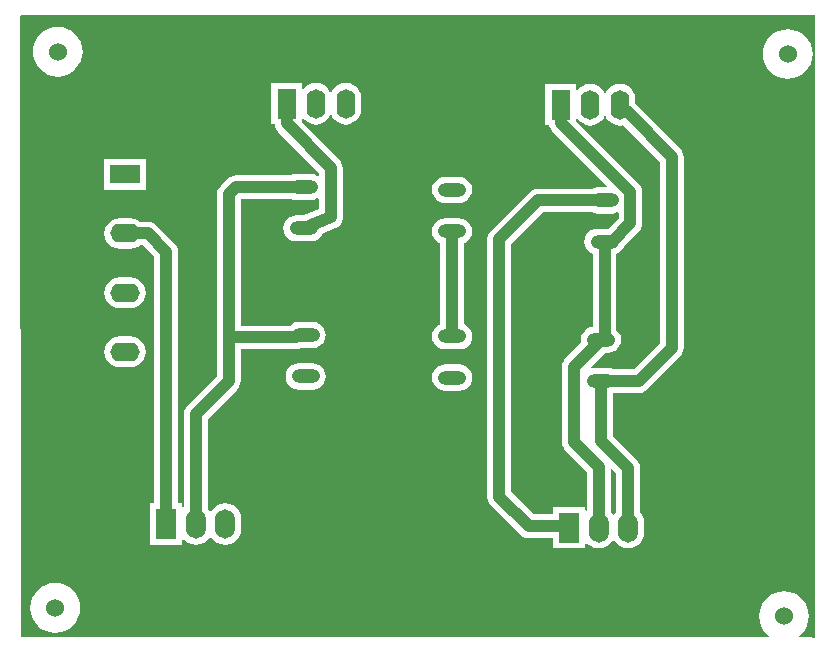
<source format=gtl>
G04*
G04 #@! TF.GenerationSoftware,Altium Limited,Altium Designer,20.2.6 (244)*
G04*
G04 Layer_Physical_Order=1*
G04 Layer_Color=255*
%FSLAX25Y25*%
%MOIN*%
G70*
G04*
G04 #@! TF.SameCoordinates,E07979D3-0FA8-472C-B39E-0A4441D90CF7*
G04*
G04*
G04 #@! TF.FilePolarity,Positive*
G04*
G01*
G75*
%ADD21C,0.03937*%
%ADD22O,0.09843X0.06299*%
%ADD23R,0.09843X0.06299*%
%ADD24R,0.06299X0.09843*%
%ADD25O,0.06299X0.09843*%
%ADD26O,0.06693X0.09843*%
%ADD27R,0.06693X0.09843*%
%ADD28O,0.09400X0.04724*%
%ADD29C,0.06000*%
G36*
X387402Y243960D02*
X386940Y243769D01*
X386614Y244094D01*
X382351D01*
X382172Y244595D01*
X383040Y245307D01*
X384073Y246566D01*
X384841Y248002D01*
X385314Y249560D01*
X385473Y251181D01*
X385314Y252802D01*
X384841Y254360D01*
X384073Y255797D01*
X383040Y257056D01*
X381781Y258089D01*
X380345Y258857D01*
X378786Y259329D01*
X377165Y259489D01*
X375545Y259329D01*
X373986Y258857D01*
X372550Y258089D01*
X371291Y257056D01*
X370258Y255797D01*
X369490Y254360D01*
X369017Y252802D01*
X368858Y251181D01*
X369017Y249560D01*
X369490Y248002D01*
X370258Y246566D01*
X371291Y245307D01*
X372159Y244595D01*
X371980Y244094D01*
X122835D01*
X122441Y451181D01*
X122835Y451575D01*
X387402D01*
Y243960D01*
D02*
G37*
%LPC*%
G36*
X135039Y447678D02*
X133419Y447518D01*
X131860Y447045D01*
X130424Y446278D01*
X129165Y445244D01*
X128132Y443986D01*
X127364Y442549D01*
X126891Y440991D01*
X126732Y439370D01*
X126891Y437749D01*
X127364Y436191D01*
X128132Y434755D01*
X129165Y433496D01*
X130424Y432462D01*
X131860Y431695D01*
X133419Y431222D01*
X135039Y431062D01*
X136660Y431222D01*
X138219Y431695D01*
X139655Y432462D01*
X140914Y433496D01*
X141947Y434755D01*
X142715Y436191D01*
X143187Y437749D01*
X143347Y439370D01*
X143187Y440991D01*
X142715Y442549D01*
X141947Y443986D01*
X140914Y445244D01*
X139655Y446278D01*
X138219Y447045D01*
X136660Y447518D01*
X135039Y447678D01*
D02*
G37*
G36*
X378346Y446890D02*
X376726Y446731D01*
X375167Y446258D01*
X373731Y445490D01*
X372472Y444457D01*
X371439Y443198D01*
X370671Y441762D01*
X370198Y440203D01*
X370039Y438583D01*
X370198Y436962D01*
X370671Y435403D01*
X371439Y433967D01*
X372472Y432708D01*
X373731Y431675D01*
X375167Y430907D01*
X376726Y430435D01*
X378346Y430275D01*
X379967Y430435D01*
X381526Y430907D01*
X382962Y431675D01*
X384221Y432708D01*
X385254Y433967D01*
X386022Y435403D01*
X386494Y436962D01*
X386654Y438583D01*
X386494Y440203D01*
X386022Y441762D01*
X385254Y443198D01*
X384221Y444457D01*
X382962Y445490D01*
X381526Y446258D01*
X379967Y446731D01*
X378346Y446890D01*
D02*
G37*
G36*
X231000Y428934D02*
X229664Y428758D01*
X228419Y428242D01*
X227350Y427422D01*
X226529Y426353D01*
X226329Y425868D01*
X225829D01*
X225628Y426353D01*
X224808Y427422D01*
X223739Y428242D01*
X222494Y428758D01*
X221157Y428934D01*
X219821Y428758D01*
X218576Y428242D01*
X217507Y427422D01*
X216933Y426674D01*
X216433Y426844D01*
Y428890D01*
X206197D01*
Y415110D01*
X207393D01*
X207479Y414457D01*
X207876Y413499D01*
X208507Y412677D01*
X222129Y399055D01*
Y398162D01*
X221681Y397941D01*
X221522Y398062D01*
X220468Y398499D01*
X219338Y398648D01*
X214662D01*
X213532Y398499D01*
X212569Y398100D01*
X194432D01*
X193404Y397965D01*
X192447Y397568D01*
X191624Y396937D01*
X189318Y394631D01*
X188687Y393808D01*
X188290Y392850D01*
X188155Y391823D01*
Y344094D01*
Y331158D01*
X178295Y321297D01*
X177663Y320475D01*
X177267Y319517D01*
X177131Y318489D01*
Y287412D01*
X177075Y287371D01*
X176575Y287628D01*
Y288780D01*
X175231D01*
Y372480D01*
X175095Y373508D01*
X174699Y374466D01*
X174068Y375288D01*
X167808Y381548D01*
X166985Y382179D01*
X166028Y382576D01*
X165000Y382711D01*
X162484D01*
X161833Y383211D01*
X160588Y383727D01*
X159252Y383903D01*
X155709D01*
X154373Y383727D01*
X153128Y383211D01*
X152058Y382390D01*
X151238Y381321D01*
X150722Y380076D01*
X150547Y378740D01*
X150722Y377404D01*
X151238Y376159D01*
X152058Y375090D01*
X153128Y374270D01*
X154373Y373754D01*
X155709Y373578D01*
X159252D01*
X160588Y373754D01*
X161833Y374270D01*
X162484Y374769D01*
X163355D01*
X167289Y370836D01*
Y288780D01*
X165945D01*
Y275000D01*
X176575D01*
Y276707D01*
X177048Y276868D01*
X177312Y276524D01*
X178422Y275672D01*
X179715Y275137D01*
X181102Y274954D01*
X182490Y275137D01*
X183783Y275672D01*
X184893Y276524D01*
X185745Y277635D01*
X185774Y277704D01*
X186274D01*
X186302Y277635D01*
X187154Y276524D01*
X188264Y275672D01*
X189557Y275137D01*
X190945Y274954D01*
X192332Y275137D01*
X193625Y275672D01*
X194736Y276524D01*
X195587Y277635D01*
X196123Y278927D01*
X196306Y280315D01*
Y283465D01*
X196123Y284852D01*
X195587Y286145D01*
X194736Y287255D01*
X193625Y288107D01*
X192332Y288643D01*
X190945Y288825D01*
X189557Y288643D01*
X188264Y288107D01*
X187154Y287255D01*
X186302Y286145D01*
X186274Y286076D01*
X185774D01*
X185745Y286145D01*
X185073Y287020D01*
Y316845D01*
X194934Y326705D01*
X195565Y327527D01*
X195962Y328485D01*
X196097Y329513D01*
Y340124D01*
X214378D01*
X215406Y340259D01*
X216022Y340514D01*
X220054D01*
X221185Y340663D01*
X222238Y341099D01*
X223143Y341793D01*
X223837Y342698D01*
X224274Y343751D01*
X224423Y344882D01*
X224274Y346012D01*
X223837Y347066D01*
X223143Y347971D01*
X222238Y348665D01*
X221185Y349101D01*
X220054Y349250D01*
X215379D01*
X214248Y349101D01*
X213195Y348665D01*
X212414Y348065D01*
X196097D01*
Y390158D01*
X213296D01*
X213532Y390060D01*
X214662Y389912D01*
X219338D01*
X220468Y390060D01*
X221522Y390497D01*
X221681Y390619D01*
X222129Y390397D01*
Y386800D01*
X217247Y384868D01*
X214662D01*
X213532Y384719D01*
X212478Y384283D01*
X211574Y383589D01*
X210879Y382684D01*
X210443Y381630D01*
X210294Y380500D01*
X210443Y379369D01*
X210879Y378316D01*
X211574Y377411D01*
X212478Y376717D01*
X213532Y376281D01*
X214662Y376132D01*
X219338D01*
X220468Y376281D01*
X221522Y376717D01*
X222427Y377411D01*
X223121Y378316D01*
X223287Y378717D01*
X227561Y380408D01*
X227816Y380549D01*
X228085Y380661D01*
X228267Y380800D01*
X228467Y380911D01*
X228676Y381114D01*
X228908Y381292D01*
X229047Y381473D01*
X229211Y381633D01*
X229361Y381883D01*
X229539Y382115D01*
X229626Y382326D01*
X229744Y382522D01*
X229824Y382803D01*
X229936Y383072D01*
X229965Y383299D01*
X230028Y383519D01*
X230033Y383811D01*
X230071Y384100D01*
Y400700D01*
X229936Y401728D01*
X229539Y402685D01*
X228908Y403508D01*
X216433Y415983D01*
Y417156D01*
X216933Y417326D01*
X217507Y416578D01*
X218576Y415758D01*
X219821Y415242D01*
X221157Y415066D01*
X222494Y415242D01*
X223739Y415758D01*
X224808Y416578D01*
X225628Y417647D01*
X225829Y418132D01*
X226329D01*
X226529Y417647D01*
X227350Y416578D01*
X228419Y415758D01*
X229664Y415242D01*
X231000Y415066D01*
X232336Y415242D01*
X233581Y415758D01*
X234650Y416578D01*
X235471Y417647D01*
X235986Y418892D01*
X236162Y420228D01*
Y423772D01*
X235986Y425108D01*
X235471Y426353D01*
X234650Y427422D01*
X233581Y428242D01*
X232336Y428758D01*
X231000Y428934D01*
D02*
G37*
G36*
X322441Y428587D02*
X321105Y428412D01*
X319860Y427896D01*
X318791Y427075D01*
X317970Y426006D01*
X317770Y425522D01*
X317270D01*
X317069Y426006D01*
X316249Y427075D01*
X315179Y427896D01*
X313934Y428412D01*
X312598Y428587D01*
X311262Y428412D01*
X310017Y427896D01*
X308948Y427075D01*
X308374Y426327D01*
X307874Y426497D01*
Y428543D01*
X297638D01*
Y414764D01*
X298901D01*
X298920Y414616D01*
X299317Y413659D01*
X299948Y412836D01*
X318190Y394594D01*
X317999Y394132D01*
X314985D01*
X313855Y393983D01*
X313255Y393735D01*
X295276D01*
X294248Y393600D01*
X293290Y393203D01*
X292468Y392572D01*
X279476Y379580D01*
X278844Y378757D01*
X278448Y377799D01*
X278312Y376772D01*
Y290945D01*
X278448Y289917D01*
X278844Y288959D01*
X279476Y288137D01*
X289318Y278294D01*
X290141Y277663D01*
X291098Y277267D01*
X292126Y277131D01*
X300197D01*
Y273819D01*
X310827D01*
Y275526D01*
X311300Y275687D01*
X311564Y275343D01*
X312674Y274491D01*
X313967Y273956D01*
X315354Y273773D01*
X316742Y273956D01*
X318035Y274491D01*
X319145Y275343D01*
X319997Y276453D01*
X320026Y276522D01*
X320526D01*
X320554Y276453D01*
X321406Y275343D01*
X322516Y274491D01*
X323809Y273956D01*
X325197Y273773D01*
X326584Y273956D01*
X327877Y274491D01*
X328988Y275343D01*
X329839Y276453D01*
X330375Y277746D01*
X330558Y279134D01*
Y282283D01*
X330375Y283671D01*
X329839Y284964D01*
X329168Y285839D01*
Y300500D01*
X329032Y301528D01*
X328636Y302485D01*
X328005Y303308D01*
X320113Y311200D01*
Y325517D01*
X320210Y325557D01*
X328740D01*
X329768Y325692D01*
X330726Y326089D01*
X331548Y326720D01*
X342572Y337743D01*
X343203Y338566D01*
X343599Y339523D01*
X343735Y340551D01*
Y404331D01*
X343599Y405359D01*
X343203Y406316D01*
X342572Y407139D01*
X327603Y422107D01*
Y423425D01*
X327427Y424761D01*
X326912Y426006D01*
X326091Y427075D01*
X325022Y427896D01*
X323777Y428412D01*
X322441Y428587D01*
D02*
G37*
G36*
X164370Y403543D02*
X150591D01*
Y393307D01*
X164370D01*
Y403543D01*
D02*
G37*
G36*
X268838Y397648D02*
X264162D01*
X263032Y397499D01*
X261978Y397062D01*
X261073Y396368D01*
X260379Y395464D01*
X259943Y394410D01*
X259794Y393280D01*
X259943Y392149D01*
X260379Y391096D01*
X261073Y390191D01*
X261978Y389497D01*
X263032Y389060D01*
X264162Y388912D01*
X268838D01*
X269968Y389060D01*
X271022Y389497D01*
X271926Y390191D01*
X272621Y391096D01*
X273057Y392149D01*
X273206Y393280D01*
X273057Y394410D01*
X272621Y395464D01*
X271926Y396368D01*
X271022Y397062D01*
X269968Y397499D01*
X268838Y397648D01*
D02*
G37*
G36*
X159252Y364217D02*
X155709D01*
X154373Y364042D01*
X153128Y363526D01*
X152058Y362705D01*
X151238Y361636D01*
X150722Y360391D01*
X150547Y359055D01*
X150722Y357719D01*
X151238Y356474D01*
X152058Y355405D01*
X153128Y354585D01*
X154373Y354069D01*
X155709Y353893D01*
X159252D01*
X160588Y354069D01*
X161833Y354585D01*
X162902Y355405D01*
X163723Y356474D01*
X164238Y357719D01*
X164414Y359055D01*
X164238Y360391D01*
X163723Y361636D01*
X162902Y362705D01*
X161833Y363526D01*
X160588Y364042D01*
X159252Y364217D01*
D02*
G37*
G36*
X268838Y383868D02*
X264162D01*
X263032Y383719D01*
X261978Y383283D01*
X261073Y382589D01*
X260379Y381684D01*
X259943Y380630D01*
X259794Y379500D01*
X259943Y378369D01*
X260379Y377316D01*
X261073Y376411D01*
X261978Y375717D01*
X262529Y375489D01*
Y361935D01*
X262564Y361666D01*
Y348499D01*
X262014Y348271D01*
X261109Y347577D01*
X260415Y346672D01*
X259978Y345619D01*
X259829Y344488D01*
X259978Y343358D01*
X260415Y342304D01*
X261109Y341400D01*
X262014Y340705D01*
X263067Y340269D01*
X264198Y340120D01*
X268873D01*
X270004Y340269D01*
X271057Y340705D01*
X271962Y341400D01*
X272656Y342304D01*
X273092Y343358D01*
X273241Y344488D01*
X273092Y345619D01*
X272656Y346672D01*
X271962Y347577D01*
X271057Y348271D01*
X270506Y348499D01*
Y361900D01*
X270471Y362169D01*
Y375489D01*
X271022Y375717D01*
X271926Y376411D01*
X272621Y377316D01*
X273057Y378369D01*
X273206Y379500D01*
X273057Y380630D01*
X272621Y381684D01*
X271926Y382589D01*
X271022Y383283D01*
X269968Y383719D01*
X268838Y383868D01*
D02*
G37*
G36*
X159252Y344532D02*
X155709D01*
X154373Y344356D01*
X153128Y343841D01*
X152058Y343020D01*
X151238Y341951D01*
X150722Y340706D01*
X150547Y339370D01*
X150722Y338034D01*
X151238Y336789D01*
X152058Y335720D01*
X153128Y334899D01*
X154373Y334384D01*
X155709Y334208D01*
X159252D01*
X160588Y334384D01*
X161833Y334899D01*
X162902Y335720D01*
X163723Y336789D01*
X164238Y338034D01*
X164414Y339370D01*
X164238Y340706D01*
X163723Y341951D01*
X162902Y343020D01*
X161833Y343841D01*
X160588Y344356D01*
X159252Y344532D01*
D02*
G37*
G36*
X220054Y335471D02*
X215379D01*
X214248Y335322D01*
X213195Y334885D01*
X212290Y334191D01*
X211596Y333286D01*
X211160Y332233D01*
X211011Y331102D01*
X211160Y329972D01*
X211596Y328918D01*
X212290Y328014D01*
X213195Y327320D01*
X214248Y326883D01*
X215379Y326734D01*
X220054D01*
X221185Y326883D01*
X222238Y327320D01*
X223143Y328014D01*
X223837Y328918D01*
X224274Y329972D01*
X224423Y331102D01*
X224274Y332233D01*
X223837Y333286D01*
X223143Y334191D01*
X222238Y334885D01*
X221185Y335322D01*
X220054Y335471D01*
D02*
G37*
G36*
X268873Y335077D02*
X264198D01*
X263067Y334928D01*
X262014Y334491D01*
X261109Y333797D01*
X260415Y332893D01*
X259978Y331839D01*
X259829Y330709D01*
X259978Y329578D01*
X260415Y328525D01*
X261109Y327620D01*
X262014Y326926D01*
X263067Y326489D01*
X264198Y326341D01*
X268873D01*
X270004Y326489D01*
X271057Y326926D01*
X271962Y327620D01*
X272656Y328525D01*
X273092Y329578D01*
X273241Y330709D01*
X273092Y331839D01*
X272656Y332893D01*
X271962Y333797D01*
X271057Y334491D01*
X270004Y334928D01*
X268873Y335077D01*
D02*
G37*
G36*
X134252Y262245D02*
X132631Y262085D01*
X131073Y261612D01*
X129637Y260845D01*
X128378Y259811D01*
X127344Y258553D01*
X126577Y257116D01*
X126104Y255558D01*
X125944Y253937D01*
X126104Y252316D01*
X126577Y250758D01*
X127344Y249322D01*
X128378Y248063D01*
X129637Y247029D01*
X131073Y246262D01*
X132631Y245789D01*
X134252Y245629D01*
X135873Y245789D01*
X137431Y246262D01*
X138867Y247029D01*
X140126Y248063D01*
X141160Y249322D01*
X141927Y250758D01*
X142400Y252316D01*
X142560Y253937D01*
X142400Y255558D01*
X141927Y257116D01*
X141160Y258553D01*
X140126Y259811D01*
X138867Y260845D01*
X137431Y261612D01*
X135873Y262085D01*
X134252Y262245D01*
D02*
G37*
%LPD*%
G36*
X317970Y417301D02*
X318791Y416232D01*
X319860Y415411D01*
X321105Y414896D01*
X322441Y414720D01*
X323606Y414873D01*
X335793Y402686D01*
Y342196D01*
X327095Y333499D01*
X320210D01*
X319610Y333747D01*
X318480Y333896D01*
X313804D01*
X312940Y333782D01*
X312706Y334255D01*
X317389Y338939D01*
X318480D01*
X319610Y339088D01*
X320664Y339524D01*
X321568Y340218D01*
X322263Y341123D01*
X322699Y342177D01*
X322848Y343307D01*
X322699Y344438D01*
X322263Y345491D01*
X321568Y346396D01*
X321294Y346606D01*
Y371973D01*
X321845Y372201D01*
X322749Y372896D01*
X323444Y373800D01*
X323664Y374332D01*
X328768Y379436D01*
X329399Y380258D01*
X329796Y381216D01*
X329931Y382244D01*
Y392440D01*
X329796Y393468D01*
X329399Y394426D01*
X328768Y395248D01*
X307874Y416142D01*
Y416810D01*
X308374Y416980D01*
X308948Y416232D01*
X310017Y415411D01*
X311262Y414896D01*
X312598Y414720D01*
X313934Y414896D01*
X315179Y415411D01*
X316249Y416232D01*
X317069Y417301D01*
X317270Y417785D01*
X317770D01*
X317970Y417301D01*
D02*
G37*
G36*
X321989Y385500D02*
Y383889D01*
X318452Y380352D01*
X314985D01*
X313855Y380203D01*
X312801Y379767D01*
X311896Y379073D01*
X311202Y378168D01*
X310766Y377115D01*
X310617Y375984D01*
X310766Y374854D01*
X311202Y373800D01*
X311896Y372896D01*
X312801Y372201D01*
X313352Y371973D01*
Y347616D01*
X312673Y347526D01*
X311620Y347090D01*
X310715Y346396D01*
X310021Y345491D01*
X309585Y344438D01*
X309436Y343307D01*
X309563Y342344D01*
X304292Y337073D01*
X303661Y336251D01*
X303264Y335293D01*
X303129Y334265D01*
Y309200D01*
X303264Y308172D01*
X303661Y307214D01*
X304292Y306392D01*
X311383Y299301D01*
Y286230D01*
X311327Y286190D01*
X310827Y286447D01*
Y287598D01*
X300197D01*
Y285073D01*
X293771D01*
X286254Y292590D01*
Y375127D01*
X296920Y385793D01*
X313255D01*
X313855Y385545D01*
X314985Y385396D01*
X319661D01*
X320791Y385545D01*
X321489Y385834D01*
X321989Y385500D01*
D02*
G37*
G36*
X321226Y298855D02*
Y285839D01*
X320554Y284964D01*
X320526Y284895D01*
X320026D01*
X319997Y284964D01*
X319325Y285839D01*
Y300102D01*
X319787Y300294D01*
X321226Y298855D01*
D02*
G37*
D21*
X292126Y281102D02*
X304134D01*
X282283Y290945D02*
Y376772D01*
Y290945D02*
X292126Y281102D01*
X339764Y340551D02*
Y404331D01*
X316142Y329528D02*
X328740D01*
X339764Y340551D01*
X322441Y420521D02*
Y421654D01*
Y420521D02*
X323532Y419430D01*
X324665D01*
X339764Y404331D01*
X192126Y329513D02*
Y344094D01*
Y391823D01*
X215166Y344882D02*
X217717D01*
X214378Y344094D02*
X215166Y344882D01*
X192126Y344094D02*
X214378D01*
X181102Y318489D02*
X192126Y329513D01*
X181102Y281890D02*
Y318489D01*
X192126Y391823D02*
X194432Y394129D01*
X216849D01*
X217000Y394280D01*
X304528Y280709D02*
X305512D01*
X304134Y281102D02*
X304528Y280709D01*
X282283Y376772D02*
X295276Y389764D01*
X317323D01*
Y343307D02*
Y375984D01*
X211315Y415485D02*
Y422000D01*
Y415485D02*
X226100Y400700D01*
Y384100D02*
Y400700D01*
X217000Y380500D02*
X226100Y384100D01*
X302756Y415644D02*
Y421654D01*
Y415644D02*
X325960Y392440D01*
Y382244D02*
Y392440D01*
X319700Y375984D02*
X325960Y382244D01*
X317323Y375984D02*
X319700D01*
X171260Y281890D02*
Y372480D01*
X165000Y378740D02*
X171260Y372480D01*
X157480Y378740D02*
X165000D01*
X316142Y343307D02*
X317323D01*
X315354Y280709D02*
Y300946D01*
X307100Y309200D02*
X315354Y300946D01*
X307100Y309200D02*
Y334265D01*
X316142Y343307D01*
X266500Y361935D02*
Y379500D01*
Y361935D02*
X266535Y361900D01*
Y344488D02*
Y361900D01*
X316142Y309555D02*
Y329528D01*
Y309555D02*
X325197Y300500D01*
Y280709D02*
Y300500D01*
D22*
X157480Y378740D02*
D03*
Y339370D02*
D03*
Y359055D02*
D03*
D23*
Y398425D02*
D03*
D24*
X302756Y421654D02*
D03*
X211315Y422000D02*
D03*
D25*
X312598Y421654D02*
D03*
X322441D02*
D03*
X221157Y422000D02*
D03*
X231000D02*
D03*
D26*
X325197Y280709D02*
D03*
X315354D02*
D03*
X181102Y281890D02*
D03*
X190945D02*
D03*
D27*
X305512Y280709D02*
D03*
X171260Y281890D02*
D03*
D28*
X316142Y343307D02*
D03*
Y329528D02*
D03*
X266535Y344488D02*
D03*
Y330709D02*
D03*
X217717Y344882D02*
D03*
Y331102D02*
D03*
X317323Y389764D02*
D03*
Y375984D02*
D03*
X266500Y393280D02*
D03*
Y379500D02*
D03*
X217000Y380500D02*
D03*
Y394280D02*
D03*
D29*
X378346Y438583D02*
D03*
X377165Y251181D02*
D03*
X134252Y253937D02*
D03*
X135039Y439370D02*
D03*
M02*

</source>
